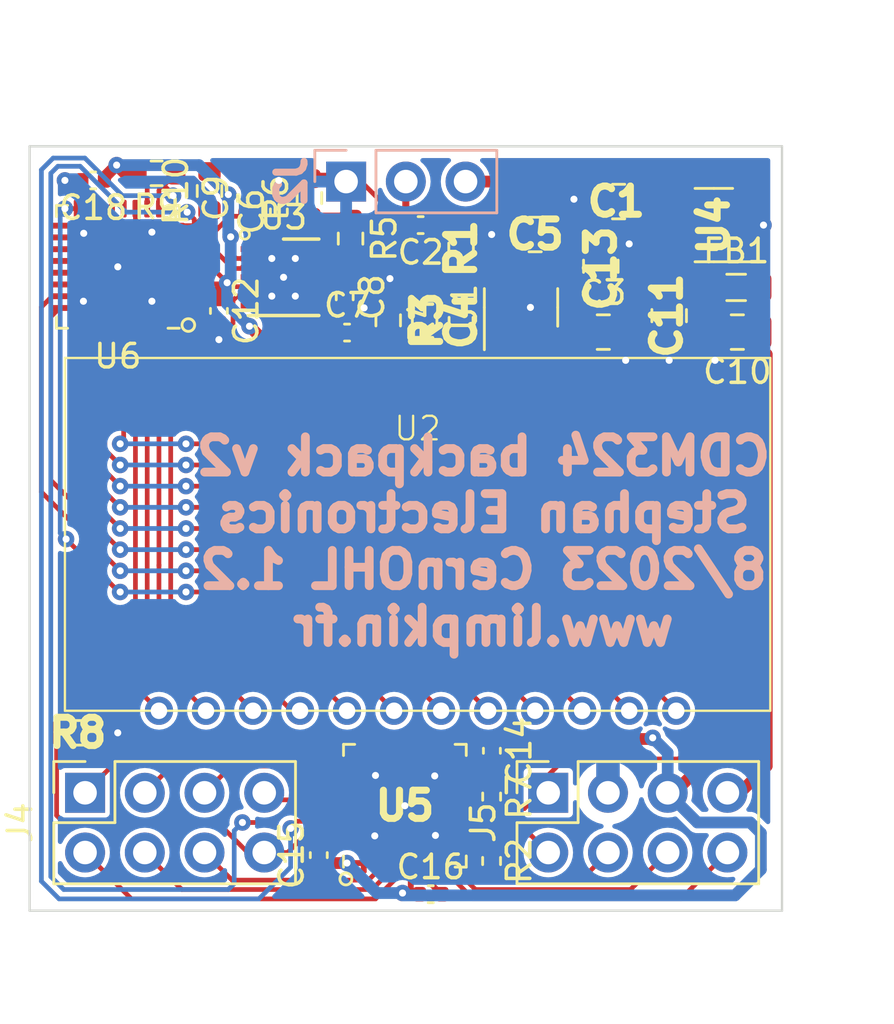
<source format=kicad_pcb>
(kicad_pcb (version 20241229) (generator "pcbnew") (generator_version "9.0")
  (layers (0 "F.Cu" signal) (2 "B.Cu" signal) (13 "F.Paste" user) (15 "B.Paste" user) (5 "F.SilkS" user "F.Silkscreen") (7 "B.SilkS" user "B.Silkscreen") (1 "F.Mask" user) (3 "B.Mask" user) (25 "Edge.Cuts" user))
  (net 0 "")
  (net 1 "+5V")
  (net 2 "GND")
  (net 3 "VCC")
  (net 4 "Net-(C2-Pad1)")
  (net 5 "Net-(J2-Pin_2)")
  (net 6 "Net-(U1A-+)")
  (net 7 "Net-(C4-Pad1)")
  (net 8 "Net-(U1A--)")
  (net 9 "Net-(U3-CT)")
  (net 10 "Net-(U3-MICIN)")
  (net 11 "+3V3")
  (net 12 "/nRESET")
  (net 13 "/BOOT0")
  (net 14 "/USART2_BL_TX")
  (net 15 "/USART2_BL_RX")
  (net 16 "Net-(U3-BIAS)")
  (net 17 "Net-(U3-CG)")
  (net 18 "Net-(U3-MICBIAS)")
  (net 19 "Net-(U3-TH)")
  (net 20 "Net-(U5-PB0)")
  (net 21 "/DISP_COM1")
  (net 22 "/DISP_COM2")
  (net 23 "/DISP_COM3")
  (net 24 "/DISP_COM4")
  (net 25 "/DISP_5")
  (net 26 "/DISP_6")
  (net 27 "/DISP_7")
  (net 28 "/DISP_8")
  (net 29 "/DISP_9")
  (net 30 "/DISP_10")
  (net 31 "/DISP_11")
  (net 32 "/VOUT")
  (net 33 "/DISP_12")
  (net 43 "unconnected-(U5-PA14-Pad24)")
  (net 44 "/PA15")
  (net 45 "/PB3")
  (net 46 "/PB4")
  (net 47 "/PB5")
  (net 50 "/I2C1_SCL")
  (net 51 "/PF0")
  (net 52 "/I2C1_SDA")
  (net 53 "/PF1")
  (net 54 "Net-(J5-Pin_4)")
  (net 55 "/PA1")
  (net 56 "/PA0")
  (footprint "Capacitor_SMD:C_0805_2012Metric" (layer "F.Cu") (at 108.55 50.85 180)
    (property "Reference" "C1")
    (property "Value" "22uF")
  )
  (footprint "Capacitor_SMD:C_0805_2012Metric" (layer "F.Cu") (at 105 52.25 180)
    (property "Reference" "C5")
    (property "Value" "22uF")
  )
  (footprint "Capacitor_SMD:C_0402_1005Metric" (layer "F.Cu") (at 100.56 80.3)
    (property "Reference" "C16")
    (property "Value" "470nF")
  )
  (footprint "Capacitor_SMD:C_0402_1005Metric" (layer "F.Cu") (at 95.7975 78.6375 90)
    (property "Reference" "C15")
    (property "Value" "470nF")
  )
  (footprint "Resistor_SMD:R_0603_1608Metric" (layer "F.Cu") (at 85.5475 73.4375 180)
    (property "Reference" "R8")
    (property "Value" "4k7")
  )
  (footprint "Package_DFN_QFN:QFN-32-1EP_5x5mm_P0.5mm_EP3.45x3.45mm" (layer "F.Cu") (at 99.46 76.5375 90)
    (property "Reference" "U5")
    (property "Value" "STM32F301K8Ux")
  )
  (footprint "Capacitor_SMD:C_0805_2012Metric" (layer "F.Cu") (at 110.7 55.7 -90)
    (property "Reference" "C11")
    (property "Value" "22uF")
  )
  (footprint "Capacitor_SMD:C_0603_1608Metric" (layer "F.Cu") (at 101.85 55.9125 90)
    (property "Reference" "C4")
    (property "Value" "200p")
  )
  (footprint "Resistor_SMD:R_0603_1608Metric" (layer "F.Cu") (at 100.3 55.9125 90)
    (property "Reference" "R3")
    (property "Value" "130k")
  )
  (footprint "Resistor_SMD:R_0603_1608Metric" (layer "F.Cu") (at 101.85 52.85 90)
    (property "Reference" "R1")
    (property "Value" "4k7")
  )
  (footprint "Capacitor_SMD:C_0402_1005Metric" (layer "F.Cu") (at 103.16 74.2 -90)
    (property "Reference" "C14")
    (property "Value" "470nF")
  )
  (footprint "Capacitor_SMD:C_0805_2012Metric" (layer "F.Cu") (at 107.79375 53.6 90)
    (property "Reference" "C13")
    (property "Value" "22uF")
  )
  (footprint "Package_TO_SOT_SMD:SOT-23-5" (layer "F.Cu") (at 112.6 51.85 180)
    (property "Reference" "U4")
    (property "Value" " NCP163ASN330T1G")
  )
  (footprint "Capacitor_SMD:C_0402_1005Metric" (layer "F.Cu") (at 86.2 49.95 180)
    (property "Reference" "C18")
    (property "Value" "470nF")
  )
  (footprint "Package_DFN_QFN:QFN-32-1EP_5x5mm_P0.5mm_EP3.65x3.65mm" (layer "F.Cu") (at 87.25 53.625 180)
    (property "Reference" "U6")
    (property "Value" "~")
  )
  (footprint "Connector_PinSocket_2.54mm:PinSocket_2x04_P2.54mm_Vertical" (layer "F.Cu") (at 105.5575 75.9875 90)
    (property "Reference" "J5")
    (property "Value" "Conn_02x04_Odd_Even")
  )
  (footprint "Capacitor_SMD:C_0402_1005Metric" (layer "F.Cu") (at 94.1 51.27 90)
    (property "Reference" "C6")
    (property "Value" "470nF")
  )
  (footprint "Capacitor_SMD:C_0805_2012Metric" (layer "F.Cu") (at 107.9 56.4)
    (property "Reference" "C3")
    (property "Value" "22uF")
  )
  (footprint "Capacitor_SMD:C_0402_1005Metric" (layer "F.Cu") (at 100.13 51.85 180)
    (property "Reference" "C2")
    (property "Value" "470nF")
  )
  (footprint "Inductor_SMD:L_0805_2012Metric" (layer "F.Cu") (at 113.55 54.5)
    (property "Reference" "FB1")
    (property "Value" "Ferrite_Bead")
  )
  (footprint "Resistor_SMD:R_0402_1005Metric" (layer "F.Cu") (at 103.15 76.15 -90)
    (property "Reference" "R7")
    (property "Value" "75")
  )
  (footprint "Capacitor_SMD:C_0402_1005Metric" (layer "F.Cu") (at 91.55 55.5 -90)
    (property "Reference" "C12")
    (property "Value" "470nF")
  )
  (footprint "Resistor_SMD:R_0603_1608Metric" (layer "F.Cu") (at 88.9 49.65 180)
    (property "Reference" "R9")
    (property "Value" "4k7")
  )
  (footprint "Resistor_SMD:R_0402_1005Metric" (layer "F.Cu") (at 103.1475 78.8875 -90)
    (property "Reference" "R2")
    (property "Value" "75")
  )
  (footprint "cdm324_v2:TN_DISPLAY" (layer "F.Cu") (at 100 72.5)
    (property "Reference" "U2")
    (property "Value" "~")
  )
  (footprint "Capacitor_SMD:C_0402_1005Metric" (layer "F.Cu") (at 96.9 54.92 -90)
    (property "Reference" "C8")
    (property "Value" "470nF")
  )
  (footprint "Capacitor_SMD:C_0603_1608Metric" (layer "F.Cu") (at 92.85 50.7 90)
    (property "Reference" "C9")
    (property "Value" "2.2uF")
  )
  (footprint "Resistor_SMD:R_0603_1608Metric" (layer "F.Cu") (at 97.15 52.425 -90)
    (property "Reference" "R5")
    (property "Value" "130k")
  )
  (footprint "Package_DFN_QFN:DFN-14-1EP_3x3mm_P0.4mm_EP1.78x2.35mm" (layer "F.Cu") (at 94.3 54.07)
    (property "Reference" "U3")
    (property "Value" "MAX9814")
  )
  (footprint "Package_TO_SOT_SMD:SOT-23-5" (layer "F.Cu") (at 104.4 55.35 90)
    (property "Reference" "U1")
    (property "Value" "LMP7731")
  )
  (footprint "Capacitor_SMD:C_0402_1005Metric" (layer "F.Cu") (at 97 56.42)
    (property "Reference" "C7")
    (property "Value" "470nF")
  )
  (footprint "Resistor_SMD:R_0603_1608Metric" (layer "F.Cu") (at 95.4 50.7 90)
    (property "Reference" "R6")
    (property "Value" "130k")
  )
  (footprint "Capacitor_SMD:C_0805_2012Metric" (layer "F.Cu") (at 113.6 56.4 180)
    (property "Reference" "C10")
    (property "Value" "22uF")
  )
  (footprint "Connector_PinSocket_2.54mm:PinSocket_2x04_P2.54mm_Vertical" (layer "F.Cu") (at 85.8575 75.9875 90)
    (property "Reference" "J4")
    (property "Value" "Conn_02x04_Odd_Even")
  )
  (footprint "Resistor_SMD:R_0603_1608Metric" (layer "F.Cu") (at 98.75 55.9 -90)
    (property "Reference" "R4")
    (property "Value" "4k7")
  )
  (footprint "Resistor_SMD:R_0603_1608Metric" (layer "F.Cu") (at 91.15 50.4 90)
    (property "Reference" "R10")
    (property "Value" "4k7")
  )
  (footprint "Connector_PinHeader_2.54mm:PinHeader_1x03_P2.54mm_Vertical" (layer "B.Cu") (at 96.96 50 -90)
    (property "Reference" "J2")
    (property "Value" "Conn_01x03_Female")
  )
  (gr_circle (center 92.65 52.25) (end 92.85 52.25) (stroke (width 0.12)) (fill no) (layer "F.SilkS"))
  (gr_circle (center 90.25 56.1) (end 90.5 56.2) (stroke (width 0.12)) (fill no) (layer "F.SilkS"))
  (gr_circle (center 96.95 79.65) (end 97.2 79.7) (stroke (width 0.12)) (fill no) (layer "F.SilkS"))
  (gr_line (start 115.5 48.5) (end 115.5 81) (stroke (width 0.1)) (layer "Edge.Cuts"))
  (gr_line (start 83.5 81) (end 83.5 48.5) (stroke (width 0.1)) (layer "Edge.Cuts"))
  (gr_line (start 115.5 81) (end 83.5 81) (stroke (width 0.1)) (layer "Edge.Cuts"))
  (gr_line (start 83.5 48.5) (end 115.5 48.5) (stroke (width 0.1)) (layer "Edge.Cuts"))
  (gr_text "CDM324 backpack v2\nStephan Electronics\n8/2023 CernOHL 1.2\nwww.limpkin.fr\n" (at 102.8 65.3 0) (layer "B.SilkS") (effects (font (size 1.5 1.5) (thickness 0.375) (bold yes)) (justify mirror)))
  (segment (start 112.4875 54.5) (end 110.95 54.5) (width 0.5) (layer "F.Cu") (net 1))
  (segment (start 112.625 51.248528) (end 112.625 51.565) (width 0.5) (layer "F.Cu") (net 1))
  (segment (start 110.95 54.5) (end 110.7 54.75) (width 0.5) (layer "F.Cu") (net 1))
  (segment (start 112.625 51.565) (end 112.625 52.53) (width 0.5) (layer "F.Cu") (net 1))
  (segment (start 112.65 51.223528) (end 112.625 51.248528) (width 0.5) (layer "F.Cu") (net 1))
  (segment (start 109.55 49.65) (end 109.55 50.8) (width 0.5) (layer "F.Cu") (net 1))
  (segment (start 112.895 52.8) (end 113.7 52.8) (width 0.5) (layer "F.Cu") (net 1))
  (segment (start 109.55 50.8) (end 109.5 50.85) (width 0.5) (layer "F.Cu") (net 1))
  (segment (start 112.625 52.53) (end 112.895 52.8) (width 0.5) (layer "F.Cu") (net 1))
  (segment (start 113.7 50.9) (end 112.95 50.9) (width 0.5) (layer "F.Cu") (net 1))
  (segment (start 112.625 50.275) (end 112 49.65) (width 0.5) (layer "F.Cu") (net 1))
  (segment (start 112.65 51.2) (end 112.65 51.223528) (width 0.5) (layer "F.Cu") (net 1))
  (segment (start 112.4875 54.5) (end 112.4875 54.05) (width 0.5) (layer "F.Cu") (net 1))
  (segment (start 112.4875 54.05) (end 113.7375 52.8) (width 0.5) (layer "F.Cu") (net 1))
  (segment (start 112 49.65) (end 109.55 49.65) (width 0.5) (layer "F.Cu") (net 1))
  (segment (start 112.95 50.9) (end 112.65 51.2) (width 0.5) (layer "F.Cu") (net 1))
  (segment (start 103.95 50) (end 102.04 50) (width 0.5) (layer "F.Cu") (net 1))
  (segment (start 104.3 49.65) (end 103.95 50) (width 0.5) (layer "F.Cu") (net 1))
  (segment (start 109.55 49.65) (end 104.3 49.65) (width 0.5) (layer "F.Cu") (net 1))
  (segment (start 112.625 51.565) (end 112.625 50.275) (width 0.5) (layer "F.Cu") (net 1))
  (segment (start 89.725 52.875) (end 88 52.875) (width 0.2) (layer "F.Cu") (net 2))
  (segment (start 98.824466 54.1255) (end 98.8745 54.1255) (width 0.2) (layer "F.Cu") (net 2))
  (segment (start 101.8975 74.7875) (end 101.472652 74.7875) (width 0.2) (layer "F.Cu") (net 2))
  (segment (start 107.6 50.85) (end 107.7 50.75) (width 0.5) (layer "F.Cu") (net 2))
  (segment (start 85.72 49.95) (end 85 49.95) (width 0.5) (layer "F.Cu") (net 2))
  (segment (start 86.335 73.4375) (end 87.2475 73.4375) (width 0.5) (layer "F.Cu") (net 2))
  (segment (start 101.04 80.28) (end 101.04 80.3) (width 0.2) (layer "F.Cu") (net 2))
  (segment (start 96.835 49.875) (end 96.96 50) (width 0.5) (layer "F.Cu") (net 2))
  (segment (start 108.85 56.4) (end 108.85 57.6) (width 0.5) (layer "F.Cu") (net 2))
  (segment (start 113.7 51.85) (end 114.7125 51.85) (width 0.5) (layer "F.Cu") (net 2))
  (segment (start 92.85 49.925) (end 94.075 49.925) (width 0.5) (layer "F.Cu") (net 2))
  (segment (start 100.21 78.975) (end 100.21 79.5) (width 0.25) (layer "F.Cu") (net 2))
  (segment (start 99.46 76.5) (end 98.21 75.25) (width 0.2) (layer "F.Cu") (net 2))
  (segment (start 99.46 76.5375) (end 100.72875 75.26875) (width 0.2) (layer "F.Cu") (net 2))
  (segment (start 98.8745 54.1255) (end 98.95 54.05) (width 0.2) (layer "F.Cu") (net 2))
  (segment (start 96.93 55.37) (end 97.725 55.37) (width 0.5) (layer "F.Cu") (net 2))
  (segment (start 87.25 53.625) (end 87.225 53.625) (width 0.2) (layer "F.Cu") (net 2))
  (segment (start 88 52.875) (end 87.25 53.625) (width 0.2) (layer "F.Cu") (net 2))
  (segment (start 97.4225 78.2375) (end 97.76 78.2375) (width 0.2) (layer "F.Cu") (net 2))
  (segment (start 101.397652 74.8625) (end 101.135 74.8625) (width 0.2) (layer "F.Cu") (net 2))
  (segment (start 99.46 76.5375) (end 99.46 76.5) (width 0.2) (layer "F.Cu") (net 2))
  (segment (start 95.775 54.47) (end 94.7 54.47) (width 0.2) (layer "F.Cu") (net 2))
  (segment (start 94.7 54.47) (end 94.3 54.07) (width 0.2) (layer "F.Cu") (net 2))
  (segment (start 94.3 54.07) (end 94.3 54.37) (width 0.2) (layer "F.Cu") (net 2))
  (segment (start 94.3 54.37) (end 94.8 54.87) (width 0.2) (layer "F.Cu") (net 2))
  (segment (start 98.5 53.801034) (end 98.824466 54.1255) (width 0.2) (layer "F.Cu") (net 2))
  (segment (start 97.3725 78.2875) (end 97.4225 78.2375) (width 0.2) (layer "F.Cu") (net 2))
  (segment (start 87.5 53.875) (end 87.25 53.625) (width 0.2) (layer "F.Cu") (net 2))
  (segment (start 89.725 53.875) (end 87.5 53.875) (width 0.2) (layer "F.Cu") (net 2))
  (segment (start 95.775 54.07) (end 94.3 54.07) (width 0.2) (layer "F.Cu") (net 2))
  (segment (start 94.1 50.79) (end 94.1 49.95) (width 0.5) (layer "F.Cu") (net 2))
  (segment (start 98.5 50.9) (end 98.5 53.801034) (width 0.2) (layer "F.Cu") (net 2))
  (segment (start 99.46 76.5375) (end 98.17875 77.81875) (width 0.2) (layer "F.Cu") (net 2))
  (segment (start 110.7 56.65) (end 110.7 57.6) (width 0.5) (layer "F.Cu") (net 2))
  (segment (start 112.65 56.4) (end 112.65 57.6) (width 0.5) (layer "F.Cu") (net 2))
  (segment (start 97.0225 78.2875) (end 97.3725 78.2875) (width 0.2) (layer "F.Cu") (net 2))
  (segment (start 85.8 52.2) (end 85.9 52.2) (width 0.2) (layer "F.Cu") (net 2))
  (segment (start 101.472652 74.7875) (end 101.397652 74.8625) (width 0.2) (layer "F.Cu") (net 2))
  (segment (start 91.55 55.98) (end 91.55 56.72) (width 0.5) (layer "F.Cu") (net 2))
  (segment (start 88.7 52.175) (end 87.25 53.625) (width 0.2) (layer "F.Cu") (net 2))
  (segment (start 100.21 79.5) (end 101.015 80.305) (width 0.25) (layer "F.Cu") (net 2))
  (segment (start 104.4 56.4875) (end 104.4 55.75) (width 0.5) (layer "F.Cu") (net 2))
  (segment (start 88 51.15) (end 88 52.875) (width 0.2) (layer "F.Cu") (net 2))
  (segment (start 87.225 53.625) (end 85.8 52.2) (width 0.2) (layer "F.Cu") (net 2))
  (segment (start 104.4 55.75) (end 104.8 55.35) (width 0.5) (layer "F.Cu") (net 2))
  (segment (start 92.825 54.07) (end 94.3 54.07) (width 0.2) (layer "F.Cu") (net 2))
  (segment (start 101.015 80.305) (end 101.015 80.33) (width 0.25) (layer "F.Cu") (net 2))
  (segment (start 94.3 53.77) (end 94.8 53.27) (width 0.2) (layer "F.Cu") (net 2))
  (segment (start 99.46 76.5375) (end 99.4975 76.5375) (width 0.2) (layer "F.Cu") (net 2))
  (segment (start 93.4 55.27) (end 93.8 54.87) (width 0.2) (layer "F.Cu") (net 2))
  (segment (start 85.9 52.2) (end 88.9 55.2) (width 0.2) (layer "F.Cu") (net 2))
  (segment (start 88.7 52.15) (end 88.7 52.175) (width 0.2) (layer "F.Cu") (net 2))
  (segment (start 96.9 55.4) (end 96.93 55.37) (width 0.5) (layer "F.Cu") (net 2))
  (segment (start 94.3 54.07) (end 94.3 53.77) (width 0.2) (layer "F.Cu") (net 2))
  (segment (start 95.4 49.875) (end 96.835 49.875) (width 0.5) (layer "F.Cu") (net 2))
  (segment (start 94.075 49.925) (end 94.1 49.95) (width 0.5) (layer "F.Cu") (net 2))
  (segment (start 94.3 54.37) (end 93.8 54.87) (width 0.2) (layer "F.Cu") (net 2))
  (segment (start 87.25 53.625) (end 85.7875 55.0875) (width 0.2) (layer "F.Cu") (net 2))
  (segment (start 103.0525 74.7875) (end 103.16 74.68) (width 0.2) (layer "F.Cu") (net 2))
  (segment (start 100.21 77.2875) (end 99.46 76.5375) (width 0.2) (layer "F.Cu") (net 2))
  (segment (start 97.76 78.2375) (end 98.17875 77.81875) (width 0.2) (layer "F.Cu") (net 2))
  (segment (start 98.5 50.9) (end 97.6 50) (width 0.2) (layer "F.Cu") (net 2))
  (segment (start 101.8975 74.7875) (end 103.0525 74.7875) (width 0.25) (layer "F.Cu") (net 2))
  (segment (start 95.8775 78.2875) (end 95.7475 78.1575) (width 0.2) (layer "F.Cu") (net 2))
  (segment (start 97.0225 78.2875) (end 95.8775 78.2875) (width 0.25) (layer "F.Cu") (net 2))
  (segment (start 101.135 74.8625) (end 100.72875 75.26875) (width 0.2) (layer "F.Cu") (net 2))
  (segment (start 101.015 80.28) (end 101.04 80.28) (width 0.25) (layer "F.Cu") (net 2))
  (segment (start 103.95 52.25) (end 103.15 52.25) (width 0.5) (layer "F.Cu") (net 2))
  (segment (start 107.79375 52.65) (end 109 52.65) (width 0.5) (layer "F.Cu") (net 2))
  (segment (start 99.4975 76.5375) (end 100.76 77.8) (width 0.2) (layer "F.Cu") (net 2))
  (segment (start 92.825 55.27) (end 93.4 55.27) (width 0.2) (layer "F.Cu") (net 2))
  (segment (start 97.6 50) (end 96.96 50) (width 0.2) (layer "F.Cu") (net 2))
  (segment (start 95.775 54.87) (end 95.1 54.87) (width 0.2) (layer "F.Cu") (net 2))
  (segment (start 107.7 50.75) (end 106.65 50.75) (width 0.5) (layer "F.Cu") (net 2))
  (segment (start 85.7875 55.0875) (end 85.6 55.275) (width 0.2) (layer "F.Cu") (net 2))
  (segment (start 95.1 54.87) (end 94.3 54.07) (width 0.2) (layer "F.Cu") (net 2))
  (segment (start 94.3 53.77) (end 93.8 53.27) (width 0.2) (layer "F.Cu") (net 2))
  (segment (start 100.21 78.975) (end 100.21 77.2875) (width 0.2) (layer "F.Cu") (net 2))
  (via (at 100.76 77.8) (size 0.7) (drill 0.3) (layers "F.Cu" "B.Cu") (net 2))
  (via (at 98.17875 77.81875) (size 0.7) (drill 0.3) (layers "F.Cu" "B.Cu") (net 2))
  (via (at 88.7 55.0875) (size 0.7) (drill 0.3) (layers "F.Cu" "B.Cu") (net 2))
  (via (at 97.725 55.37) (size 0.7) (drill 0.3) (layers "F.Cu" "B.Cu") (net 2))
  (via (at 94.8 54.87) (size 0.7) (drill 0.3) (layers "F.Cu" "B.Cu") (net 2))
  (via (at 103.15 52.25) (size 0.7) (drill 0.3) (layers "F.Cu" "B.Cu") (net 2))
  (via (at 108.85 57.6) (size 0.7) (drill 0.3) (layers "F.Cu" "B.Cu") (net 2))
  (via (at 94.1 49.95) (size 0.7) (drill 0.3) (layers "F.Cu" "B.Cu") (net 2))
  (via (at 87.2475 73.4375) (size 0.7) (drill 0.3) (layers "F.Cu" "B.Cu") (net 2))
  (via (at 98.21 75.25) (size 0.7) (drill 0.3) (layers "F.Cu" "B.Cu") (net 2))
  (via (at 85.8 52.2) (size 0.7) (drill 0.3) (layers "F.Cu" "B.Cu") (net 2))
  (via (at 104.8 55.35) (size 0.7) (drill 0.3) (layers "F.Cu" "B.Cu") (net 2))
  (via (at 98.824466 54.1255) (size 0.7) (drill 0.3) (layers "F.Cu" "B.Cu") (net 2))
  (via (at 109 52.65) (size 0.7) (drill 0.3) (layers "F.Cu" "B.Cu") (net 2))
  (via (at 114.7125 51.85) (size 0.7) (drill 0.3) (layers "F.Cu" "B.Cu") (net 2))
  (via (at 88.7 52.15) (size 0.7) (drill 0.3) (layers "F.Cu" "B.Cu") (net 2))
  (via (at 106.65 50.75) (size 0.7) (drill 0.3) (layers "F.Cu" "B.Cu") (net 2))
  (via (at 85 49.95) (size 0.7) (drill 0.3) (layers "F.Cu" "B.Cu") (net 2))
  (via (at 94.8 53.27) (size 0.7) (drill 0.3) (layers "F.Cu" "B.Cu") (net 2))
  (via (at 94.3 54.07) (size 0.7) (drill 0.3) (layers "F.Cu" "B.Cu") (net 2))
  (via (at 87.25 53.625) (size 0.7) (drill 0.3) (layers "F.Cu" "B.Cu") (net 2))
  (via (at 93.8 53.27) (size 0.7) (drill 0.3) (layers "F.Cu" "B.Cu") (net 2))
  (via (at 91.55 56.72) (size 0.7) (drill 0.3) (layers "F.Cu" "B.Cu") (net 2))
  (via (at 93.8 54.87) (size 0.7) (drill 0.3) (layers "F.Cu" "B.Cu") (net 2))
  (via (at 99.46 76.5375) (size 0.7) (drill 0.3) (layers "F.Cu" "B.Cu") (net 2))
  (via (at 85.7875 55.0875) (size 0.7) (drill 0.3) (layers "F.Cu" "B.Cu") (net 2))
  (via (at 110.7 57.6) (size 0.7) (drill 0.3) (layers "F.Cu" "B.Cu") (net 2))
  (via (at 100.72875 75.26875) (size 0.7) (drill 0.3) (layers "F.Cu" "B.Cu") (net 2))
  (via (at 112.65 57.6) (size 0.7) (drill 0.3) (layers "F.Cu" "B.Cu") (net 2))
  (segment (start 108.0975 74.1975) (end 108.05 74.15) (width 0.5) (layer "B.Cu") (net 2))
  (segment (start 108.0975 75.9875) (end 108.0975 74.1975) (width 1) (layer "B.Cu") (net 2))
  (segment (start 114.6125 54.5) (end 114.6125 56.3375) (width 0.5) (layer "F.Cu") (net 3))
  (segment (start 114.85 74.85) (end 114.85 57.35) (width 0.5) (layer "F.Cu") (net 3))
  (segment (start 113.7125 75.9875) (end 114.85 74.85) (width 0.5) (layer "F.Cu") (net 3))
  (segment (start 114.85 57.35) (end 114.55 57.05) (width 0.5) (layer "F.Cu") (net 3))
  (segment (start 113.1775 75.9875) (end 113.7125 75.9875) (width 0.5) (layer "F.Cu") (net 3))
  (segment (start 114.55 57.05) (end 114.55 56.4) (width 0.5) (layer "F.Cu") (net 3))
  (segment (start 114.6125 56.3375) (end 114.55 56.4) (width 0.5) (layer "F.Cu") (net 3))
  (segment (start 101.675 51.85) (end 101.85 52.025) (width 0.3) (layer "F.Cu") (net 4))
  (segment (start 100.61 51.85) (end 101.675 51.85) (width 0.3) (layer "F.Cu") (net 4))
  (segment (start 101.625 52.025) (end 101.85 52.025) (width 0.5) (layer "F.Cu") (net 4))
  (segment (start 99.5 51.7) (end 99.65 51.85) (width 0.3) (layer "F.Cu") (net 5))
  (segment (start 99.5 50) (end 99.5 51.7) (width 0.3) (layer "F.Cu") (net 5))
  (segment (start 105.4375 56.4) (end 105.35 56.4875) (width 0.5) (layer "F.Cu") (net 6))
  (segment (start 98.75 56.725) (end 99.825 57.8) (width 0.3) (layer "F.Cu") (net 6))
  (segment (start 106.95 56.4) (end 105.4375 56.4) (width 0.5) (layer "F.Cu") (net 6))
  (segment (start 104.457107 57.8) (end 105.35 56.907107) (width 0.3) (layer "F.Cu") (net 6))
  (segment (start 99.825 57.8) (end 104.457107 57.8) (width 0.3) (layer "F.Cu") (net 6))
  (segment (start 105.35 56.907107) (end 105.35 56.4875) (width 0.3) (layer "F.Cu") (net 6))
  (segment (start 97.842893 56.307107) (end 97.592893 56.307107) (width 0.2) (layer "F.Cu") (net 7))
  (segment (start 100.3 56.7375) (end 100.3 56.7) (width 0.2) (layer "F.Cu") (net 7))
  (segment (start 101.85 56.6875) (end 103.25 56.6875) (width 0.3) (layer "F.Cu") (net 7))
  (segment (start 100.3 56.7) (end 99.6 56) (width 0.2) (layer "F.Cu") (net 7))
  (segment (start 98.15 56) (end 97.842893 56.307107) (width 0.2) (layer "F.Cu") (net 7))
  (segment (start 100.0875 56.95) (end 100.3 56.7375) (width 0.2) (layer "F.Cu") (net 7))
  (segment (start 103.25 56.6875) (end 103.45 56.4875) (width 0.3) (layer "F.Cu") (net 7))
  (segment (start 97.592893 56.42) (end 97.48 56.42) (width 0.2) (layer "F.Cu") (net 7))
  (segment (start 101.8 56.7375) (end 101.85 56.6875) (width 0.3) (layer "F.Cu") (net 7))
  (segment (start 100.25 56.7375) (end 101.8 56.7375) (width 0.3) (layer "F.Cu") (net 7))
  (segment (start 99.6 56) (end 98.15 56) (width 0.2) (layer "F.Cu") (net 7))
  (segment (start 101.8 55.0875) (end 101.85 55.1375) (width 0.3) (layer "F.Cu") (net 8))
  (segment (start 100.25 55.0875) (end 101.8 55.0875) (width 0.3) (layer "F.Cu") (net 8))
  (segment (start 103.85 55.25) (end 104.8875 54.2125) (width 0.3) (layer "F.Cu") (net 8))
  (segment (start 101.9625 55.25) (end 103.85 55.25) (width 0.3) (layer "F.Cu") (net 8))
  (segment (start 101.85 53.6375) (end 101.85 55.1375) (width 0.3) (layer "F.Cu") (net 8))
  (segment (start 101.85 55.1375) (end 101.9625 55.25) (width 0.3) (layer "F.Cu") (net 8))
  (segment (start 104.8875 54.2125) (end 105.35 54.2125) (width 0.3) (layer "F.Cu") (net 8))
  (segment (start 92.825 52.87) (end 92.8 52.845) (width 0.2) (layer "F.Cu") (net 9))
  (segment (start 93.75 52.45) (end 94.1 52.1) (width 0.2) (layer "F.Cu") (net 9))
  (segment (start 92.825 52.87) (end 93.245 52.45) (width 0.2) (layer "F.Cu") (net 9))
  (segment (start 93.245 52.45) (end 93.75 52.45) (width 0.2) (layer "F.Cu") (net 9))
  (segment (start 94.1 52.1) (end 94.1 51.75) (width 0.2) (layer "F.Cu") (net 9))
  (segment (start 95.775 55.675) (end 96.52 56.42) (width 0.2) (layer "F.Cu") (net 10))
  (segment (start 95.775 55.27) (end 95.775 55.675) (width 0.2) (layer "F.Cu") (net 10))
  (segment (start 89.75 54.35) (end 91.85 54.35) (width 0.2) (layer "F.Cu") (net 11))
  (segment (start 91.55 55.02) (end 91.55 54.65) (width 0.5) (layer "F.Cu") (net 11))
  (segment (start 107.9 57.3) (end 106.65 58.55) (width 0.5) (layer "F.Cu") (net 11))
  (segment (start 102.1 74.1) (end 102.45 73.75) (width 0.2) (layer "F.Cu") (net 11))
  (segment (start 107.9 54.65625) (end 107.9 57.3) (width 0.5) (layer "F.Cu") (net 11))
  (segment (start 96.9975 78.975) (end 97.71 78.975) (width 0.25) (layer "F.Cu") (net 11))
  (segment (start 107.05 54.55) (end 106.45 53.95) (width 0.5) (layer "F.Cu") (net 11))
  (segment (start 103.18 73.7) (end 103.16 73.72) (width 0.5) (layer "F.Cu") (net 11))
  (segment (start 88.5 51.15) (end 88.5 50.075) (width 0.2) (layer "F.Cu") (net 11))
  (segment (start 91.15 49.575) (end 91.15 49.75) (width 0.5) (layer "F.Cu") (net 11))
  (segment (start 103.45 54.2125) (end 103.794975 54.2125) (width 0.5) (layer "F.Cu") (net 11))
  (segment (start 105.75 52.25) (end 106.05 51.95) (width 0.5) (layer "F.Cu") (net 11))
  (segment (start 103.13 73.75) (end 103.16 73.72) (width 0.2) (layer "F.Cu") (net 11))
  (segment (start 105.85 58.55) (end 95.25 58.55) (width 0.5) (layer "F.Cu") (net 11))
  (segment (start 99.71 78.975) (end 99.71 80.23) (width 0.25) (layer "F.Cu") (net 11))
  (segment (start 87.55 49.65) (end 87.2 49.3) (width 0.5) (layer "F.Cu") (net 11))
  (segment (start 113.65 62.75) (end 113.65 73.25) (width 0.5) (layer "F.Cu") (net 11))
  (segment (start 110.9125 75.9875) (end 110.6375 75.9875) (width 0.5) (layer "F.Cu") (net 11))
  (segment (start 92.285 53.27) (end 92.825 53.27) (width 0.2) (layer "F.Cu") (net 11))
  (segment (start 92.825 54.47) (end 92.07 54.47) (width 0.2) (layer "F.Cu") (net 11))
  (segment (start 92.05 53.035) (end 92.285 53.27) (width 0.2) (layer "F.Cu") (net 11))
  (segment (start 105.85 58.55) (end 109.45 58.55) (width 0.5) (layer "F.Cu") (net 11))
  (segment (start 92.07 54.47) (end 91.9 54.3) (width 0.2) (layer "F.Cu") (net 11))
  (segment (start 106.45 53.95) (end 106.45 52.95) (width 0.5) (layer "F.Cu") (net 11))
  (segment (start 89.725 54.875) (end 91.405 54.875) (width 0.2) (layer "F.Cu") (net 11))
  (segment (start 89.725 53.375) (end 90.975 53.375) (width 0.2) (layer "F.Cu") (net 11))
  (segment (start 101.21 74.1) (end 102.1 74.1) (width 0.2) (layer "F.Cu") (net 11))
  (segment (start 107.79375 54.55) (end 107.9 54.65625) (width 0.5) (layer "F.Cu") (net 11))
  (segment (start 113.65 73.25) (end 110.9125 75.9875) (width 0.5) (layer "F.Cu") (net 11))
  (segment (start 105.75 52.264949) (end 105.75 52.25) (width 0.5) (layer "F.Cu") (net 11))
  (segment (start 103.794975 54.2125) (end 104.582475 53.425) (width 0.5) (layer "F.Cu") (net 11))
  (segment (start 108.65 54.55) (end 107.79375 54.55) (width 0.5) (layer "F.Cu") (net 11))
  (segment (start 91.15 49.75) (end 91.95 50.55) (width 0.5) (layer "F.Cu") (net 11))
  (segment (start 95.25 58.55) (end 92.85 56.15) (width 0.5) (layer "F.Cu") (net 11))
  (segment (start 99.71 80.18) (end 99.83 80.3) (width 0.2) (layer "F.Cu") (net 11))
  (segment (start 91.85 54.35) (end 91.9 54.3) (width 0.2) (layer "F.Cu") (net 11))
  (segment (start 86.68 49.95) (end 86.68 49.82) (width 0.5) (layer "F.Cu") (net 11))
  (segment (start 109.45 58.55) (end 113.65 62.75) (width 0.5) (layer "F.Cu") (net 11))
  (segment (start 104.589949 53.425) (end 105.75 52.264949) (width 0.5) (layer "F.Cu") (net 11))
  (segment (start 111.4625 52.8) (end 110.4 52.8) (width 0.5) (layer "F.Cu") (net 11))
  (segment (start 108.08125 54.45) (end 107.99375 54.5375) (width 0.5) (layer "F.Cu") (net 11))
  (segment (start 106.65 58.55) (end 105.85 58.55) (width 0.5) (layer "F.Cu") (net 11))
  (segment (start 96.9975 78.975) (end 95.89 78.975) (width 0.5) (layer "F.Cu") (net 11))
  (segment (start 89.725 54.375) (end 89.75 54.35) (width 0.2) (layer "F.Cu") (net 11))
  (segment (start 110 73.65) (end 109.95 73.7) (width 0.5) (layer "F.Cu") (net 11))
  (segment (start 107.79375 54.55) (end 107.05 54.55) (width 0.5) (layer "F.Cu") (net 11))
  (segment (start 95.89 78.975) (end 95.7475 79.1175) (width 0.2) (layer "F.Cu") (net 11))
  (segment (start 90.975 53.375) (end 91.9 54.3) (width 0.2) (layer "F.Cu") (net 11))
  (segment (start 88.5 50.075) (end 88.075 49.65) (width 0.2) (layer "F.Cu") (net 11))
  (segment (start 86.68 49.82) (end 87.2 49.3) (width 0.5) (layer "F.Cu") (net 11))
  (segment (start 100.08 80.3) (end 99.41 80.3) (width 0.5) (layer "F.Cu") (net 11))
  (segment (start 109.95 73.7) (end 103.18 73.7) (width 0.5) (layer "F.Cu") (net 11))
  (segment (start 110.4 52.8) (end 108.65 54.55) (width 0.5) (layer "F.Cu") (net 11))
  (segment (start 99.41 80.3) (end 99.36 80.25) (width 0.2) (layer "F.Cu") (net 11))
  (segment (start 102.45 73.75) (end 103.13 73.75) (width 0.2) (layer "F.Cu") (net 11))
  (segment (start 88.075 49.65) (end 87.55 49.65) (width 0.5) (layer "F.Cu") (net 11))
  (segment (start 106.45 52.95) (end 105.75 52.25) (width 0.5) (layer "F.Cu") (net 11))
  (segment (start 91.55 54.65) (end 91.9 54.3) (width 0.5) (layer "F.Cu") (net 11))
  (segment (start 104.582475 53.425) (end 104.589949 53.425) (width 0.5) (layer "F.Cu") (net 11))
  (segment (start 91.405 54.875) (end 91.55 55.02) (width 0.2) (layer "F.Cu") (net 11))
  (segment (start 92.05 52.35) (end 92.05 53.035) (width 0.2) (layer "F.Cu") (net 11))
  (via (at 92.85 56.15) (size 0.7) (drill 0.3) (layers "F.Cu" "B.Cu") (net 11))
  (via (at 92.05 52.35) (size 0.7) (drill 0.3) (layers "F.Cu" "B.Cu") (net 11))
  (via (at 87.2 49.3) (size 0.7) (drill 0.3) (layers "F.Cu" "B.Cu") (net 11))
  (via (at 91.9 54.3) (size 0.7) (drill 0.3) (layers "F.Cu" "B.Cu") (net 11))
  (via (at 91.95 50.55) (size 0.7) (drill 0.3) (layers "F.Cu" "B.Cu") (net 11))
  (via (at 96.9975 78.975) (size 0.7) (drill 0.3) (layers "F.Cu" "B.Cu") (net 11))
  (via (at 110 73.65) (size 0.7) (drill 0.3) (layers "F.Cu" "B.Cu") (net 11))
  (via (at 99.36 80.25) (size 0.7) (drill 0.3) (layers "F.Cu" "B.Cu") (net 11))
  (segment (start 98.2725 80.25) (end 96.9975 78.975) (width 0.5) (layer "B.Cu") (net 11))
  (segment (start 90.7 49.3) (end 91.95 50.55) (width 0.5) (layer "B.Cu") (net 11))
  (segment (start 91.9 54.3) (end 91.9 55.2) (width 0.5) (layer "B.Cu") (net 11))
  (segment (start 110.6375 75.9875) (end 111.9 77.25) (width 0.5) (layer "B.Cu") (net 11))
  (segment (start 91.9 55.2) (end 92.85 56.15) (width 0.5) (layer "B.Cu") (net 11))
  (segment (start 110.6375 75.9875) (end 110.6375 74.2875) (width 0.5) (layer "B.Cu") (net 11))
  (segment (start 114.6 77.7) (end 114.6 79.25) (width 0.5) (layer "B.Cu") (net 11))
  (segment (start 99.36 80.25) (end 98.2725 80.25) (width 0.5) (layer "B.Cu") (net 11))
  (segment (start 111.9 77.25) (end 114.15 77.25) (width 0.5) (layer "B.Cu") (net 11))
  (segment (start 92.85 56.15) (end 92.8 56.15) (width 0.5) (layer "B.Cu") (net 11))
  (segment (start 114.6 79.25) (end 113.5 80.35) (width 0.5) (layer "B.Cu") (net 11))
  (segment (start 87.2 49.3) (end 90.7 49.3) (width 0.5) (layer "B.Cu") (net 11))
  (segment (start 99.46 80.35) (end 99.36 80.25) (width 0.5) (layer "B.Cu") (net 11))
  (segment (start 114.15 77.25) (end 114.6 77.7) (width 0.5) (layer "B.Cu") (net 11))
  (segment (start 92.05 52.35) (end 92.05 54.15) (width 0.5) (layer "B.Cu") (net 11))
  (segment (start 91.95 52.25) (end 92.05 52.35) (width 0.5) (layer "B.Cu") (net 11))
  (segment (start 110.6375 74.2875) (end 110 73.65) (width 0.5) (layer "B.Cu") (net 11))
  (segment (start 92.05 54.15) (end 91.9 54.3) (width 0.5) (layer "B.Cu") (net 11))
  (segment (start 91.95 50.55) (end 91.95 52.25) (width 0.5) (layer "B.Cu") (net 11))
  (segment (start 113.5 80.35) (end 99.46 80.35) (width 0.5) (layer "B.Cu") (net 11))
  (segment (start 99.21 78.975) (end 99.21 79.5) (width 0.2) (layer "F.Cu") (net 12))
  (segment (start 98.21 80.5) (end 87.83 80.5) (width 0.2) (layer "F.Cu") (net 12))
  (segment (start 87.83 80.5) (end 85.8575 78.5275) (width 0.2) (layer "F.Cu") (net 12))
  (segment (start 99.21 79.5) (end 98.21 80.5) (width 0.2) (layer "F.Cu") (net 12))
  (segment (start 94.4725 78.5275) (end 93.4775 78.5275) (width 0.2) (layer "F.Cu") (net 13))
  (segment (start 84.6475 76.95) (end 84.9475 77.25) (width 0.2) (layer "F.Cu") (net 13))
  (segment (start 95.4 77.6) (end 94.4725 78.5275) (width 0.2) (layer "F.Cu") (net 13))
  (segment (start 84.7225 73.4375) (end 84.6475 73.5125) (width 0.2) (layer "F.Cu") (net 13))
  (segment (start 92.7775 78.5275) (end 93.4775 78.5275) (width 0.2) (layer "F.Cu") (net 13))
  (segment (start 84.9475 77.25) (end 91.5 77.25) (width 0.2) (layer "F.Cu") (net 13))
  (segment (start 96.3475 77.7875) (end 96.16 77.6) (width 0.2) (layer "F.Cu") (net 13))
  (segment (start 84.6475 73.5125) (end 84.6475 76.95) (width 0.2) (layer "F.Cu") (net 13))
  (segment (start 96.16 77.6) (end 95.4 77.6) (width 0.2) (layer "F.Cu") (net 13))
  (segment (start 97.0225 77.7875) (end 96.3475 77.7875) (width 0.2) (layer "F.Cu") (net 13))
  (segment (start 84.7225 73.4375) (end 84.9975 73.4375) (width 0.2) (layer "F.Cu") (net 13))
  (segment (start 91.5 77.25) (end 92.7775 78.5275) (width 0.2) (layer "F.Cu") (net 13))
  (segment (start 103.0575 78.2875) (end 103.1475 78.3775) (width 0.2) (layer "F.Cu") (net 14))
  (segment (start 101.8975 78.2875) (end 103.0575 78.2875) (width 0.2) (layer "F.Cu") (net 14))
  (segment (start 101.8975 77.7875) (end 104.8175 77.7875) (width 0.2) (layer "F.Cu") (net 15))
  (segment (start 104.8175 77.7875) (end 105.5575 78.5275) (width 0.2) (layer "F.Cu") (net 15))
  (segment (start 96.9 54.27) (end 96.9 54.44) (width 0.2) (layer "F.Cu") (net 16))
  (segment (start 96.3 53.67) (end 96.9 54.27) (width 0.2) (layer "F.Cu") (net 16))
  (segment (start 95.775 53.67) (end 96.3 53.67) (width 0.2) (layer "F.Cu") (net 16))
  (segment (start 92.145 53.695) (end 91.4 52.95) (width 0.2) (layer "F.Cu") (net 17))
  (segment (start 92.825 53.67) (end 92.825 53.675) (width 0.2) (layer "F.Cu") (net 17))
  (segment (start 92.825 53.675) (end 92.805 53.695) (width 0.2) (layer "F.Cu") (net 17))
  (segment (start 92.025 51.475) (end 92.85 51.475) (width 0.2) (layer "F.Cu") (net 17))
  (segment (start 91.4 52.1) (end 92.025 51.475) (width 0.2) (layer "F.Cu") (net 17))
  (segment (start 92.805 53.695) (end 92.145 53.695) (width 0.2) (layer "F.Cu") (net 17))
  (segment (start 91.4 52.95) (end 91.4 52.1) (width 0.2) (layer "F.Cu") (net 17))
  (segment (start 98.725 55.075) (end 98.75 55.075) (width 0.3) (layer "F.Cu") (net 18))
  (segment (start 97.15 53.25) (end 97.15 53.32) (width 0.3) (layer "F.Cu") (net 18))
  (segment (start 97.15 53.25) (end 97.15 53.5) (width 0.3) (layer "F.Cu") (net 18))
  (segment (start 97.15 53.5) (end 98.725 55.075) (width 0.3) (layer "F.Cu") (net 18))
  (segment (start 95.775 53.27) (end 97.13 53.27) (width 0.2) (layer "F.Cu") (net 18))
  (segment (start 97.13 53.27) (end 97.15 53.25) (width 0.2) (layer "F.Cu") (net 18))
  (segment (start 95.775 51.57) (end 95.675 51.47) (width 0.2) (layer "F.Cu") (net 19))
  (segment (start 95.775 52.87) (end 95.775 51.57) (width 0.2) (layer "F.Cu") (net 19))
  (segment (start 95.675 51.47) (end 97.02 51.47) (width 0.3) (layer "F.Cu") (net 19))
  (segment (start 97.02 51.47) (end 97.15 51.6) (width 0.2) (layer "F.Cu") (net 19))
  (segment (start 101.8975 75.2875) (end 102.7975 75.2875) (width 0.2) (layer "F.Cu") (net 20))
  (segment (start 102.7975 75.2875) (end 103.15 75.64) (width 0.2) (layer "F.Cu") (net 20))
  (segment (start 88 56.1) (end 88 71.5) (width 0.2) (layer "F.Cu") (net 21))
  (segment (start 88 71.5) (end 89 72.5) (width 0.2) (layer "F.Cu") (net 21))
  (segment (start 88.5 56.1) (end 88.5 70) (width 0.2) (layer "F.Cu") (net 22))
  (segment (start 88.5 70) (end 91 72.5) (width 0.2) (layer "F.Cu") (net 22))
  (segment (start 89 68.5) (end 93 72.5) (width 0.2) (layer "F.Cu") (net 23))
  (segment (start 89 66.3) (end 89 68.5) (width 0.2) (layer "F.Cu") (net 23))
  (segment (start 89 56.1) (end 89 66.3) (width 0.2) (layer "F.Cu") (net 23))
  (segment (start 89 66.3) (end 89 66.35) (width 0.2) (layer "F.Cu") (net 23))
  (segment (start 94.65 72.5) (end 95 72.5) (width 0.2) (layer "F.Cu") (net 24))
  (segment (start 92 69.85) (end 94.65 72.5) (width 0.2) (layer "F.Cu") (net 24))
  (segment (start 89.5 68) (end 91.35 69.85) (width 0.2) (layer "F.Cu") (net 24))
  (segment (start 89.725 55.375) (end 89.5 55.6) (width 0.2) (layer "F.Cu") (net 24))
  (segment (start 89.5 55.6) (end 89.5 68) (width 0.2) (layer "F.Cu") (net 24))
  (segment (start 91.35 69.85) (end 92 69.85) (width 0.2) (layer "F.Cu") (net 24))
  (segment (start 85.05 65.2) (end 87.3 67.45) (width 0.2) (layer "F.Cu") (net 25))
  (segment (start 91.95 67.45) (end 97 72.5) (width 0.2) (layer "F.Cu") (net 25))
  (segment (start 85.5 51.15) (end 85 51.15) (width 0.2) (layer "F.Cu") (net 25))
  (segment (start 90.15 67.45) (end 91.95 67.45) (width 0.2) (layer "F.Cu") (net 25))
  (via (at 85 51.15) (size 0.7) (drill 0.3) (layers "F.Cu" "B.Cu") (net 25))
  (via (at 87.35 67.45) (size 0.7) (drill 0.3) (layers "F.Cu" "B.Cu") (net 25))
  (via (at 85.05 65.2) (size 0.7) (drill 0.3) (layers "F.Cu" "B.Cu") (net 25))
  (via (at 90.15 67.45) (size 0.7) (drill 0.3) (layers "F.Cu" "B.Cu") (net 25))
  (segment (start 85 51.15) (end 84.8 51.35) (width 0.2) (layer "B.Cu") (net 25))
  (segment (start 87.3 67.45) (end 87.35 67.45) (width 0.2) (layer "B.Cu") (net 25))
  (segment (start 84.8 64.95) (end 85.05 65.2) (width 0.2) (layer "B.Cu") (net 25))
  (segment (start 87.35 67.45) (end 90.15 67.45) (width 0.2) (layer "B.Cu") (net 25))
  (segment (start 84.8 51.35) (end 84.8 64.95) (width 0.2) (layer "B.Cu") (net 25))
  (segment (start 90.15 66.55) (end 93.05 66.55) (width 0.2) (layer "F.Cu") (net 26))
  (segment (start 84 55.333058) (end 84 63.2) (width 0.2) (layer "F.Cu") (net 26))
  (segment (start 84.458058 54.875) (end 84 55.333058) (width 0.2) (layer "F.Cu") (net 26))
  (segment (start 84.775 54.875) (end 84.458058 54.875) (width 0.2) (layer "F.Cu") (net 26))
  (segment (start 84 63.2) (end 87.35 66.55) (width 0.2) (layer "F.Cu") (net 26))
  (segment (start 93.05 66.55) (end 99 72.5) (width 0.2) (layer "F.Cu") (net 26))
  (via (at 90.15 66.55) (size 0.7) (drill 0.3) (layers "F.Cu" "B.Cu") (net 26))
  (via (at 87.35 66.55) (size 0.7) (drill 0.3) (layers "F.Cu" "B.Cu") (net 26))
  (segment (start 87.35 66.55) (end 90.15 66.55) (width 0.2) (layer "B.Cu") (net 26))
  (segment (start 84.4 55.75) (end 84.4 62.7) (width 0.2) (layer "F.Cu") (net 27))
  (segment (start 84.4 62.7) (end 87.35 65.65) (width 0.2) (layer "F.Cu") (net 27))
  (segment (start 84.775 55.375) (end 84.4 55.75) (width 0.2) (layer "F.Cu") (net 27))
  (segment (start 94.15 65.65) (end 101 72.5) (width 0.2) (layer "F.Cu") (net 27))
  (segment (start 90.15 65.65) (end 94.15 65.65) (width 0.2) (layer "F.Cu") (net 27))
  (via (at 90.15 65.65) (size 0.7) (drill 0.3) (layers "F.Cu" "B.Cu") (net 27))
  (via (at 87.35 65.65) (size 0.7) (drill 0.3) (layers "F.Cu" "B.Cu") (net 27))
  (segment (start 87.35 65.65) (end 90.15 65.65) (width 0.2) (layer "B.Cu") (net 27))
  (segment (start 90.15 64.75) (end 95.25 64.75) (width 0.2) (layer "F.Cu") (net 28))
  (segment (start 95.25 64.75) (end 103 72.5) (width 0.2) (layer "F.Cu") (net 28))
  (segment (start 85.5 56.1) (end 85.5 62.9) (width 0.2) (layer "F.Cu") (net 28))
  (segment (start 85.5 62.9) (end 87.35 64.75) (width 0.2) (layer "F.Cu") (net 28))
  (via (at 87.35 64.75) (size 0.7) (drill 0.3) (layers "F.Cu" "B.Cu") (net 28))
  (via (at 90.15 64.75) (size 0.7) (drill 0.3) (layers "F.Cu" "B.Cu") (net 28))
  (segment (start 87.35 64.75) (end 90.15 64.75) (width 0.2) (layer "B.Cu") (net 28))
  (segment (start 86 58.85) (end 85.9 58.95) (width 0.2) (layer "F.Cu") (net 29))
  (segment (start 96.35 63.85) (end 105 72.5) (width 0.2) (layer "F.Cu") (net 29))
  (segment (start 85.9 58.95) (end 85.9 62.4) (width 0.2) (layer "F.Cu") (net 29))
  (segment (start 90.15 63.85) (end 96.35 63.85) (width 0.2) (layer "F.Cu") (net 29))
  (segment (start 86 56.1) (end 86 58.85) (width 0.2) (layer "F.Cu") (net 29))
  (segment (start 85.9 62.4) (end 87.35 63.85) (width 0.2) (layer "F.Cu") (net 29))
  (via (at 90.15 63.85) (size 0.7) (drill 0.3) (layers "F.Cu" "B.Cu") (net 29))
  (via (at 87.35 63.85) (size 0.7) (drill 0.3) (layers "F.Cu" "B.Cu") (net 29))
  (segment (start 87.35 63.85) (end 90.15 63.85) (width 0.2) (layer "B.Cu") (net 29))
  (segment (start 86.3 59.7) (end 86.3 61.9) (width 0.2) (layer "F.Cu") (net 30))
  (segment (start 97.45 62.95) (end 107 72.5) (width 0.2) (layer "F.Cu") (net 30))
  (segment (start 90.15 62.95) (end 97.45 62.95) (width 0.2) (layer "F.Cu") (net 30))
  (segment (start 86.3 61.9) (end 87.35 62.95) (width 0.2) (layer "F.Cu") (net 30))
  (segment (start 86.5 59.5) (end 86.3 59.7) (width 0.2) (layer "F.Cu") (net 30))
  (segment (start 86.5 56.1) (end 86.5 59.5) (width 0.2) (layer "F.Cu") (net 30))
  (via (at 87.35 62.95) (size 0.7) (drill 0.3) (layers "F.Cu" "B.Cu") (net 30))
  (via (at 90.15 62.95) (size 0.7) (drill 0.3) (layers "F.Cu" "B.Cu") (net 30))
  (segment (start 87.35 62.95) (end 90.15 62.95) (width 0.2) (layer "B.Cu") (net 30))
  (segment (start 86.7 60.35) (end 86.7 61.4) (width 0.2) (layer "F.Cu") (net 31))
  (segment (start 98.55 62.05) (end 109 72.5) (width 0.2) (layer "F.Cu") (net 31))
  (segment (start 87 56.1) (end 87 60.05) (width 0.2) (layer "F.Cu") (net 31))
  (segment (start 86.7 61.4) (end 87.35 62.05) (width 0.2) (layer "F.Cu") (net 31))
  (segment (start 90.15 62.05) (end 98.55 62.05) (width 0.2) (layer "F.Cu") (net 31))
  (segment (start 87 60.05) (end 86.7 60.35) (width 0.2) (layer "F.Cu") (net 31))
  (via (at 90.15 62.05) (size 0.7) (drill 0.3) (layers "F.Cu" "B.Cu") (net 31))
  (via (at 87.35 62.05) (size 0.7) (drill 0.3) (layers "F.Cu" "B.Cu") (net 31))
  (segment (start 87.35 62.05) (end 90.15 62.05) (width 0.2) (layer "B.Cu") (net 31))
  (segment (start 105.5575 75.2425) (end 105.5575 75.9875) (width 0.2) (layer "F.Cu") (net 32))
  (segment (start 106.25 74.55) (end 105.5575 75.2425) (width 0.2) (layer "F.Cu") (net 32))
  (segment (start 104.54 76.66) (end 105.2125 75.9875) (width 0.2) (layer "F.Cu") (net 32))
  (segment (start 92.15 57.5) (end 94.5 59.85) (width 0.2) (layer "F.Cu") (net 32))
  (segment (start 112.55 73.1) (end 111.1 74.55) (width 0.2) (layer "F.Cu") (net 32))
  (segment (start 107.2 59.85) (end 112.55 65.2) (width 0.2) (layer "F.Cu") (net 32))
  (segment (start 92.15 55.05) (end 92.15 57.5) (width 0.2) (layer "F.Cu") (net 32))
  (segment (start 112.55 65.2) (end 112.55 73.1) (width 0.2) (layer "F.Cu") (net 32))
  (segment (start 92.33 54.87) (end 92.15 55.05) (width 0.2) (layer "F.Cu") (net 32))
  (segment (start 111.1 74.55) (end 106.25 74.55) (width 0.2) (layer "F.Cu") (net 32))
  (segment (start 105.2125 75.9875) (end 105.5575 75.9875) (width 0.2) (layer "F.Cu") (net 32))
  (segment (start 92.825 54.87) (end 92.33 54.87) (width 0.2) (layer "F.Cu") (net 32))
  (segment (start 103.15 76.66) (end 104.54 76.66) (width 0.2) (layer "F.Cu") (net 32))
  (segment (start 94.5 59.85) (end 107.2 59.85) (width 0.2) (layer "F.Cu") (net 32))
  (segment (start 99.65 61.15) (end 111 72.5) (width 0.2) (layer "F.Cu") (net 33))
  (segment (start 87.5 56.1) (end 87.5 61) (width 0.2) (layer "F.Cu") (net 33))
  (segment (start 90.15 61.15) (end 99.65 61.15) (width 0.2) (layer "F.Cu") (net 33))
  (segment (start 87.5 61) (end 87.35 61.15) (width 0.2) (layer "F.Cu") (net 33))
  (via (at 90.15 61.15) (size 0.7) (drill 0.3) (layers "F.Cu" "B.Cu") (net 33))
  (via (at 87.35 61.15) (size 0.7) (drill 0.3) (layers "F.Cu" "B.Cu") (net 33))
  (segment (start 87.35 61.15) (end 90.15 61.15) (width 0.2) (layer "B.Cu") (net 33))
  (segment (start 97.71 74.05) (end 97.71 74.1) (width 0.2) (layer "F.Cu") (net 43))
  (segment (start 97.0225 74.7875) (end 95.0475 74.7875) (width 0.2) (layer "F.Cu") (net 44))
  (segment (start 94.31 74.05) (end 87.795 74.05) (width 0.2) (layer "F.Cu") (net 44))
  (segment (start 95.0475 74.7875) (end 94.31 74.05) (width 0.2) (layer "F.Cu") (net 44))
  (segment (start 87.795 74.05) (end 85.8575 75.9875) (width 0.2) (layer "F.Cu") (net 44))
  (segment (start 89.935 74.45) (end 88.3975 75.9875) (width 0.2) (layer "F.Cu") (net 45))
  (segment (start 97.0225 75.2875) (end 94.9975 75.2875) (width 0.2) (layer "F.Cu") (net 45))
  (segment (start 94.9975 75.2875) (end 94.16 74.45) (width 0.2) (layer "F.Cu") (net 45))
  (segment (start 94.16 74.45) (end 89.935 74.45) (width 0.2) (layer "F.Cu") (net 45))
  (segment (start 92.075 74.85) (end 90.9375 75.9875) (width 0.2) (layer "F.Cu") (net 46))
  (segment (start 94.9475 75.7875) (end 94.01 74.85) (width 0.2) (layer "F.Cu") (net 46))
  (segment (start 94.01 74.85) (end 92.075 74.85) (width 0.2) (layer "F.Cu") (net 46))
  (segment (start 97.0225 75.7875) (end 94.9475 75.7875) (width 0.2) (layer "F.Cu") (net 46))
  (segment (start 93.7775 76.2875) (end 93.4775 75.9875) (width 0.2) (layer "F.Cu") (net 47))
  (segment (start 97.0225 76.2875) (end 93.7775 76.2875) (width 0.2) (layer "F.Cu") (net 47))
  (segment (start 94.3625 76.7875) (end 93.9 77.25) (width 0.2) (layer "F.Cu") (net 50))
  (segment (start 97.0225 76.7875) (end 94.3625 76.7875) (width 0.2) (layer "F.Cu") (net 50))
  (segment (start 90.5 51.6) (end 90.2 51.3) (width 0.2) (layer "F.Cu") (net 50))
  (segment (start 93.9 77.25) (end 92.55 77.25) (width 0.2) (layer "F.Cu") (net 50))
  (segment (start 89.725 51.875) (end 90.5 51.875) (width 0.2) (layer "F.Cu") (net 50))
  (segment (start 90.5 51.875) (end 90.5 51.6) (width 0.2) (layer "F.Cu") (net 50))
  (segment (start 90.5 51.875) (end 91.15 51.225) (width 0.2) (layer "F.Cu") (net 50))
  (via (at 90.2 51.3) (size 0.7) (drill 0.3) (layers "F.Cu" "B.Cu") (net 50))
  (via (at 92.55 77.25) (size 0.7) (drill 0.3) (layers "F.Cu" "B.Cu") (net 50))
  (segment (start 85.65 49.35) (end 87.6 51.3) (width 0.2) (layer "B.Cu") (net 50))
  (segment (start 84.95 80.1) (end 84.4 79.55) (width 0.2) (layer "B.Cu") (net 50))
  (segment (start 91.95 80.1) (end 84.95 80.1) (width 0.2) (layer "B.Cu") (net 50))
  (segment (start 92.2 77.6) (end 92.2 79.85) (width 0.2) (layer "B.Cu") (net 50))
  (segment (start 92.2 79.85) (end 91.95 80.1) (width 0.2) (layer "B.Cu") (net 50))
  (segment (start 92.55 77.25) (end 92.2 77.6) (width 0.2) (layer "B.Cu") (net 50))
  (segment (start 87.6 51.3) (end 90.2 51.3) (width 0.2) (layer "B.Cu") (net 50))
  (segment (start 84.4 79.55) (end 84.4 49.65) (width 0.2) (layer "B.Cu") (net 50))
  (segment (start 84.7 49.35) (end 85.65 49.35) (width 0.2) (layer "B.Cu") (net 50))
  (segment (start 84.4 49.65) (end 84.7 49.35) (width 0.2) (layer "B.Cu") (net 50))
  (segment (start 98.21 79.4) (end 97.91 79.7) (width 0.2) (layer "F.Cu") (net 51))
  (segment (start 97.91 79.7) (end 92.11 79.7) (width 0.2) (layer "F.Cu") (net 51))
  (segment (start 98.21 78.975) (end 98.21 79.4) (width 0.2) (layer "F.Cu") (net 51))
  (segment (start 92.11 79.7) (end 90.9375 78.5275) (width 0.2) (layer "F.Cu") (net 51))
  (segment (start 89 50.375) (end 89.2125 50.1625) (width 0.2) (layer "F.Cu") (net 52))
  (segment (start 94.9 77.2) (end 94.6 77.5) (width 0.2) (layer "F.Cu") (net 52))
  (segment (start 89.6 50.55) (end 89.6 50.6) (width 0.2) (layer "F.Cu") (net 52))
  (segment (start 96.35 77.25) (end 96.3 77.2) (width 0.2) (layer "F.Cu") (net 52))
  (segment (start 97.0225 77.2875) (end 96.3875 77.2875) (width 0.2) (layer "F.Cu") (net 52))
  (segment (start 96.3 77.2) (end 96.15 77.2) (width 0.2) (layer "F.Cu") (net 52))
  (segment (start 96.3875 77.2875) (end 96.35 77.25) (width 0.2) (layer "F.Cu") (net 52))
  (segment (start 89 51.15) (end 89 50.375) (width 0.2) (layer "F.Cu") (net 52))
  (segment (start 89.2125 50.1625) (end 89.6 50.55) (width 0.2) (layer "F.Cu") (net 52))
  (segment (start 89.2125 50.1625) (end 89.725 49.65) (width 0.2) (layer "F.Cu") (net 52))
  (segment (start 96.15 77.2) (end 94.9 77.2) (width 0.2) (layer "F.Cu") (net 52))
  (via (at 94.6 77.5) (size 0.7) (drill 0.3) (layers "F.Cu" "B.Cu") (net 52))
  (via (at 89.6 50.6) (size 0.7) (drill 0.3) (layers "F.Cu" "B.Cu") (net 52))
  (segment (start 87.45 50.6) (end 89.6 50.6) (width 0.2) (layer "B.Cu") (net 52))
  (segment (start 94.6 77.5) (end 94.6 79.15) (width 0.2) (layer "B.Cu") (net 52))
  (segment (start 84.5 49) (end 85.85 49) (width 0.2) (layer "B.Cu") (net 52))
  (segment (start 85.85 49) (end 87.45 50.6) (width 0.2) (layer "B.Cu") (net 52))
  (segment (start 84 79.747487) (end 84 49.5) (width 0.2) (layer "B.Cu") (net 52))
  (segment (start 84.752513 80.5) (end 84 79.747487) (width 0.2) (layer "B.Cu") (net 52))
  (segment (start 84 49.5) (end 84.5 49) (width 0.2) (layer "B.Cu") (net 52))
  (segment (start 93.25 80.5) (end 84.752513 80.5) (width 0.2) (layer "B.Cu") (net 52))
  (segment (start 94.6 79.15) (end 93.25 80.5) (width 0.2) (layer "B.Cu") (net 52))
  (segment (start 89.97 80.1) (end 88.3975 78.5275) (width 0.2) (layer "F.Cu") (net 53))
  (segment (start 98.06 80.1) (end 89.97 80.1) (width 0.2) (layer "F.Cu") (net 53))
  (segment (start 98.71 79.45) (end 98.06 80.1) (width 0.2) (layer "F.Cu") (net 53))
  (segment (start 98.71 78.975) (end 98.71 79.45) (width 0.2) (layer "F.Cu") (net 53))
  (segment (start 103.1475 79.3975) (end 103.45 79.7) (width 0.2) (layer "F.Cu") (net 54))
  (segment (start 106.9475 79.7) (end 108.0975 78.55) (width 0.2) (layer "F.Cu") (net 54))
  (segment (start 108.0975 78.55) (end 108.0975 78.5275) (width 0.2) (layer "F.Cu") (net 54))
  (segment (start 103.45 79.7) (end 106.9475 79.7) (width 0.2) (layer "F.Cu") (net 54))
  (segment (start 102.46 80.1) (end 109.05625 80.1) (width 0.2) (layer "F.Cu") (net 55))
  (segment (start 101.335 78.975) (end 102.46 80.1) (width 0.2) (layer "F.Cu") (net 55))
  (segment (start 110.62875 78.5275) (end 110.6375 78.5275) (width 0.2) (layer "F.Cu") (net 55))
  (segment (start 109.05625 80.1) (end 110.62875 78.5275) (width 0.2) (layer "F.Cu") (net 55))
  (segment (start 101.21 78.975) (end 101.335 78.975) (width 0.2) (layer "F.Cu") (net 55))
  (segment (start 101.565026 79.7) (end 102.365026 80.5) (width 0.2) (layer "F.Cu") (net 56))
  (segment (start 113.17 78.5275) (end 113.1775 78.5275) (width 0.2) (layer "F.Cu") (net 56))
  (segment (start 111.1975 80.5) (end 113.17 78.5275) (width 0.2) (layer "F.Cu") (net 56))
  (segment (start 102.365026 80.5) (end 111.1975 80.5) (width 0.2) (layer "F.Cu") (net 56))
  (segment (start 100.71 78.975) (end 100.71 79.41) (width 0.2) (layer "F.Cu") (net 56))
  (segment (start 100.71 79.41) (end 101 79.7) (width 0.2) (layer "F.Cu") (net 56))
  (segment (start 101 79.7) (end 101.565026 79.7) (width 0.2) (layer "F.Cu") (net 56))
  (zone (net 2) (net_name "GND") (layer "B.Cu") (connect_pads (clearance 0.2)) (min_thickness 0.2) (fill yes (thermal_gap 0.5) (thermal_bridge_width 0.5))
    (polygon (pts (xy 84 80.5) (xy 115 80.5) (xy 115 49) (xy 84 49)))
  )
)
</source>
